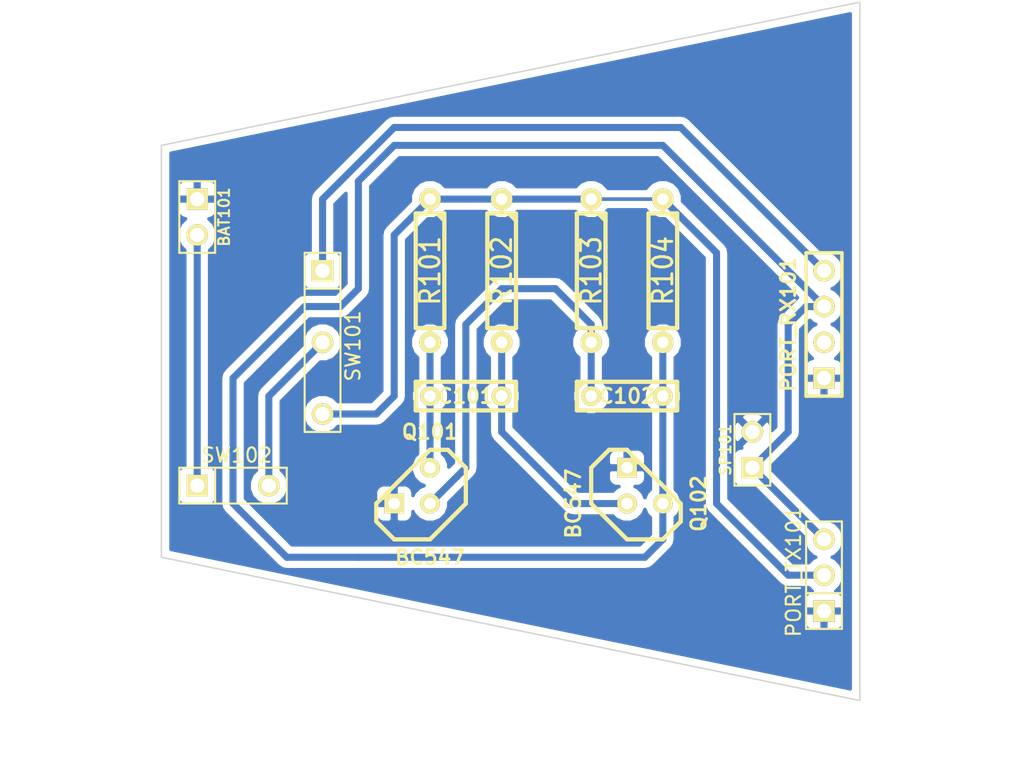
<source format=kicad_pcb>
(kicad_pcb (version 3) (host pcbnew "(2013-jul-07)-stable")

  (general
    (links 24)
    (no_connects 1)
    (area 11.050002 13.919999 88.01 71.28)
    (thickness 1.6)
    (drawings 7)
    (tracks 58)
    (zones 0)
    (modules 14)
    (nets 10)
  )

  (page A4)
  (title_block 
    (title Morseapperat)
    (rev A)
    (company OZ4ROS)
  )

  (layers
    (15 F.Cu signal)
    (0 B.Cu signal)
    (16 B.Adhes user)
    (17 F.Adhes user)
    (18 B.Paste user)
    (19 F.Paste user)
    (20 B.SilkS user)
    (21 F.SilkS user)
    (22 B.Mask user)
    (23 F.Mask user)
    (24 Dwgs.User user)
    (25 Cmts.User user)
    (26 Eco1.User user)
    (27 Eco2.User user)
    (28 Edge.Cuts user)
  )

  (setup
    (last_trace_width 0.5)
    (trace_clearance 0.254)
    (zone_clearance 0.508)
    (zone_45_only no)
    (trace_min 0.1524)
    (segment_width 0.2)
    (edge_width 0.1)
    (via_size 0.889)
    (via_drill 0.635)
    (via_min_size 0.6096)
    (via_min_drill 0.3048)
    (uvia_size 0.508)
    (uvia_drill 0.127)
    (uvias_allowed no)
    (uvia_min_size 0.508)
    (uvia_min_drill 0.127)
    (pcb_text_width 0.3)
    (pcb_text_size 1.5 1.5)
    (mod_edge_width 0.15)
    (mod_text_size 1 1)
    (mod_text_width 0.15)
    (pad_size 1.5 1.5)
    (pad_drill 0.6)
    (pad_to_mask_clearance 0)
    (aux_axis_origin 0 0)
    (visible_elements FFFFFFBF)
    (pcbplotparams
      (layerselection 274726913)
      (usegerberextensions true)
      (excludeedgelayer true)
      (linewidth 0.150000)
      (plotframeref false)
      (viasonmask false)
      (mode 1)
      (useauxorigin false)
      (hpglpennumber 1)
      (hpglpenspeed 20)
      (hpglpendiameter 15)
      (hpglpenoverlay 2)
      (psnegative false)
      (psa4output false)
      (plotreference true)
      (plotvalue false)
      (plotothertext true)
      (plotinvisibletext false)
      (padsonsilk false)
      (subtractmaskfromsilk false)
      (outputformat 1)
      (mirror false)
      (drillshape 0)
      (scaleselection 1)
      (outputdirectory Gerbfiles/))
  )

  (net 0 "")
  (net 1 +BATT)
  (net 2 GND)
  (net 3 N-000001)
  (net 4 N-0000010)
  (net 5 N-000003)
  (net 6 N-000004)
  (net 7 N-000006)
  (net 8 N-000007)
  (net 9 N-000009)

  (net_class Default "This is the default net class."
    (clearance 0.254)
    (trace_width 0.5)
    (via_dia 0.889)
    (via_drill 0.635)
    (uvia_dia 0.508)
    (uvia_drill 0.127)
    (add_net "")
    (add_net +BATT)
    (add_net GND)
    (add_net N-000001)
    (add_net N-0000010)
    (add_net N-000003)
    (add_net N-000004)
    (add_net N-000006)
    (add_net N-000007)
    (add_net N-000009)
  )

  (net_class Micro ""
    (clearance 0.1524)
    (trace_width 0.254)
    (via_dia 0.6096)
    (via_drill 0.3048)
    (uvia_dia 0.508)
    (uvia_drill 0.127)
  )

  (net_class PWR ""
    (clearance 0.508)
    (trace_width 1)
    (via_dia 1.016)
    (via_drill 0.762)
    (uvia_dia 0.508)
    (uvia_drill 0.127)
  )

  (module R4 (layer F.Cu) (tedit 200000) (tstamp 55524357)
    (at 41.91 33.02 270)
    (descr "Resitance 4 pas")
    (tags R)
    (path /5552396C)
    (autoplace_cost180 10)
    (fp_text reference R101 (at 0 0 270) (layer F.SilkS)
      (effects (font (size 1.397 1.27) (thickness 0.2032)))
    )
    (fp_text value R (at 0 0 270) (layer F.SilkS) hide
      (effects (font (size 1.397 1.27) (thickness 0.2032)))
    )
    (fp_line (start -5.08 0) (end -4.064 0) (layer F.SilkS) (width 0.3048))
    (fp_line (start -4.064 0) (end -4.064 -1.016) (layer F.SilkS) (width 0.3048))
    (fp_line (start -4.064 -1.016) (end 4.064 -1.016) (layer F.SilkS) (width 0.3048))
    (fp_line (start 4.064 -1.016) (end 4.064 1.016) (layer F.SilkS) (width 0.3048))
    (fp_line (start 4.064 1.016) (end -4.064 1.016) (layer F.SilkS) (width 0.3048))
    (fp_line (start -4.064 1.016) (end -4.064 0) (layer F.SilkS) (width 0.3048))
    (fp_line (start -4.064 -0.508) (end -3.556 -1.016) (layer F.SilkS) (width 0.3048))
    (fp_line (start 5.08 0) (end 4.064 0) (layer F.SilkS) (width 0.3048))
    (pad 1 thru_hole circle (at -5.08 0 270) (size 1.524 1.524) (drill 0.8128)
      (layers *.Cu *.Mask F.SilkS)
      (net 4 N-0000010)
    )
    (pad 2 thru_hole circle (at 5.08 0 270) (size 1.524 1.524) (drill 0.8128)
      (layers *.Cu *.Mask F.SilkS)
      (net 9 N-000009)
    )
    (model discret/resistor.wrl
      (at (xyz 0 0 0))
      (scale (xyz 0.4 0.4 0.4))
      (rotate (xyz 0 0 0))
    )
  )

  (module R4 (layer F.Cu) (tedit 200000) (tstamp 55524365)
    (at 46.99 33.02 270)
    (descr "Resitance 4 pas")
    (tags R)
    (path /5552397B)
    (autoplace_cost180 10)
    (fp_text reference R102 (at 0 0 270) (layer F.SilkS)
      (effects (font (size 1.397 1.27) (thickness 0.2032)))
    )
    (fp_text value R (at 0 0 270) (layer F.SilkS) hide
      (effects (font (size 1.397 1.27) (thickness 0.2032)))
    )
    (fp_line (start -5.08 0) (end -4.064 0) (layer F.SilkS) (width 0.3048))
    (fp_line (start -4.064 0) (end -4.064 -1.016) (layer F.SilkS) (width 0.3048))
    (fp_line (start -4.064 -1.016) (end 4.064 -1.016) (layer F.SilkS) (width 0.3048))
    (fp_line (start 4.064 -1.016) (end 4.064 1.016) (layer F.SilkS) (width 0.3048))
    (fp_line (start 4.064 1.016) (end -4.064 1.016) (layer F.SilkS) (width 0.3048))
    (fp_line (start -4.064 1.016) (end -4.064 0) (layer F.SilkS) (width 0.3048))
    (fp_line (start -4.064 -0.508) (end -3.556 -1.016) (layer F.SilkS) (width 0.3048))
    (fp_line (start 5.08 0) (end 4.064 0) (layer F.SilkS) (width 0.3048))
    (pad 1 thru_hole circle (at -5.08 0 270) (size 1.524 1.524) (drill 0.8128)
      (layers *.Cu *.Mask F.SilkS)
      (net 4 N-0000010)
    )
    (pad 2 thru_hole circle (at 5.08 0 270) (size 1.524 1.524) (drill 0.8128)
      (layers *.Cu *.Mask F.SilkS)
      (net 7 N-000006)
    )
    (model discret/resistor.wrl
      (at (xyz 0 0 0))
      (scale (xyz 0.4 0.4 0.4))
      (rotate (xyz 0 0 0))
    )
  )

  (module R4 (layer F.Cu) (tedit 200000) (tstamp 55524373)
    (at 53.34 33.02 270)
    (descr "Resitance 4 pas")
    (tags R)
    (path /5552398A)
    (autoplace_cost180 10)
    (fp_text reference R103 (at 0 0 270) (layer F.SilkS)
      (effects (font (size 1.397 1.27) (thickness 0.2032)))
    )
    (fp_text value R (at 0 0 270) (layer F.SilkS) hide
      (effects (font (size 1.397 1.27) (thickness 0.2032)))
    )
    (fp_line (start -5.08 0) (end -4.064 0) (layer F.SilkS) (width 0.3048))
    (fp_line (start -4.064 0) (end -4.064 -1.016) (layer F.SilkS) (width 0.3048))
    (fp_line (start -4.064 -1.016) (end 4.064 -1.016) (layer F.SilkS) (width 0.3048))
    (fp_line (start 4.064 -1.016) (end 4.064 1.016) (layer F.SilkS) (width 0.3048))
    (fp_line (start 4.064 1.016) (end -4.064 1.016) (layer F.SilkS) (width 0.3048))
    (fp_line (start -4.064 1.016) (end -4.064 0) (layer F.SilkS) (width 0.3048))
    (fp_line (start -4.064 -0.508) (end -3.556 -1.016) (layer F.SilkS) (width 0.3048))
    (fp_line (start 5.08 0) (end 4.064 0) (layer F.SilkS) (width 0.3048))
    (pad 1 thru_hole circle (at -5.08 0 270) (size 1.524 1.524) (drill 0.8128)
      (layers *.Cu *.Mask F.SilkS)
      (net 4 N-0000010)
    )
    (pad 2 thru_hole circle (at 5.08 0 270) (size 1.524 1.524) (drill 0.8128)
      (layers *.Cu *.Mask F.SilkS)
      (net 8 N-000007)
    )
    (model discret/resistor.wrl
      (at (xyz 0 0 0))
      (scale (xyz 0.4 0.4 0.4))
      (rotate (xyz 0 0 0))
    )
  )

  (module R4 (layer F.Cu) (tedit 200000) (tstamp 55524381)
    (at 58.42 33.02 270)
    (descr "Resitance 4 pas")
    (tags R)
    (path /55523999)
    (autoplace_cost180 10)
    (fp_text reference R104 (at 0 0 270) (layer F.SilkS)
      (effects (font (size 1.397 1.27) (thickness 0.2032)))
    )
    (fp_text value R (at 0 0 270) (layer F.SilkS) hide
      (effects (font (size 1.397 1.27) (thickness 0.2032)))
    )
    (fp_line (start -5.08 0) (end -4.064 0) (layer F.SilkS) (width 0.3048))
    (fp_line (start -4.064 0) (end -4.064 -1.016) (layer F.SilkS) (width 0.3048))
    (fp_line (start -4.064 -1.016) (end 4.064 -1.016) (layer F.SilkS) (width 0.3048))
    (fp_line (start 4.064 -1.016) (end 4.064 1.016) (layer F.SilkS) (width 0.3048))
    (fp_line (start 4.064 1.016) (end -4.064 1.016) (layer F.SilkS) (width 0.3048))
    (fp_line (start -4.064 1.016) (end -4.064 0) (layer F.SilkS) (width 0.3048))
    (fp_line (start -4.064 -0.508) (end -3.556 -1.016) (layer F.SilkS) (width 0.3048))
    (fp_line (start 5.08 0) (end 4.064 0) (layer F.SilkS) (width 0.3048))
    (pad 1 thru_hole circle (at -5.08 0 270) (size 1.524 1.524) (drill 0.8128)
      (layers *.Cu *.Mask F.SilkS)
      (net 4 N-0000010)
    )
    (pad 2 thru_hole circle (at 5.08 0 270) (size 1.524 1.524) (drill 0.8128)
      (layers *.Cu *.Mask F.SilkS)
      (net 6 N-000004)
    )
    (model discret/resistor.wrl
      (at (xyz 0 0 0))
      (scale (xyz 0.4 0.4 0.4))
      (rotate (xyz 0 0 0))
    )
  )

  (module PIN_ARRAY_4x1 (layer F.Cu) (tedit 4C10F42E) (tstamp 5552438D)
    (at 69.85 36.83 90)
    (descr "Double rangee de contacts 2 x 5 pins")
    (tags CONN)
    (path /55522360)
    (fp_text reference PORT_RX101 (at 0 -2.54 90) (layer F.SilkS)
      (effects (font (size 1.016 1.016) (thickness 0.2032)))
    )
    (fp_text value RX_CONN (at 0 2.54 90) (layer F.SilkS) hide
      (effects (font (size 1.016 1.016) (thickness 0.2032)))
    )
    (fp_line (start 5.08 1.27) (end -5.08 1.27) (layer F.SilkS) (width 0.254))
    (fp_line (start 5.08 -1.27) (end -5.08 -1.27) (layer F.SilkS) (width 0.254))
    (fp_line (start -5.08 -1.27) (end -5.08 1.27) (layer F.SilkS) (width 0.254))
    (fp_line (start 5.08 1.27) (end 5.08 -1.27) (layer F.SilkS) (width 0.254))
    (pad 1 thru_hole rect (at -3.81 0 90) (size 1.524 1.524) (drill 1.016)
      (layers *.Cu *.Mask F.SilkS)
      (net 2 GND)
    )
    (pad 2 thru_hole circle (at -1.27 0 90) (size 1.524 1.524) (drill 1.016)
      (layers *.Cu *.Mask F.SilkS)
    )
    (pad 3 thru_hole circle (at 1.27 0 90) (size 1.524 1.524) (drill 1.016)
      (layers *.Cu *.Mask F.SilkS)
      (net 6 N-000004)
    )
    (pad 4 thru_hole circle (at 3.81 0 90) (size 1.524 1.524) (drill 1.016)
      (layers *.Cu *.Mask F.SilkS)
      (net 3 N-000001)
    )
    (model pin_array\pins_array_4x1.wrl
      (at (xyz 0 0 0))
      (scale (xyz 1 1 1))
      (rotate (xyz 0 0 0))
    )
  )

  (module PIN_ARRAY_3X1 (layer F.Cu) (tedit 4C1130E0) (tstamp 55524399)
    (at 69.85 54.61 90)
    (descr "Connecteur 3 pins")
    (tags "CONN DEV")
    (path /55522390)
    (fp_text reference PORT_TX101 (at 0.254 -2.159 90) (layer F.SilkS)
      (effects (font (size 1.016 1.016) (thickness 0.1524)))
    )
    (fp_text value TX_CONN (at 0 -2.159 90) (layer F.SilkS) hide
      (effects (font (size 1.016 1.016) (thickness 0.1524)))
    )
    (fp_line (start -3.81 1.27) (end -3.81 -1.27) (layer F.SilkS) (width 0.1524))
    (fp_line (start -3.81 -1.27) (end 3.81 -1.27) (layer F.SilkS) (width 0.1524))
    (fp_line (start 3.81 -1.27) (end 3.81 1.27) (layer F.SilkS) (width 0.1524))
    (fp_line (start 3.81 1.27) (end -3.81 1.27) (layer F.SilkS) (width 0.1524))
    (fp_line (start -1.27 -1.27) (end -1.27 1.27) (layer F.SilkS) (width 0.1524))
    (pad 1 thru_hole rect (at -2.54 0 90) (size 1.524 1.524) (drill 1.016)
      (layers *.Cu *.Mask F.SilkS)
      (net 2 GND)
    )
    (pad 2 thru_hole circle (at 0 0 90) (size 1.524 1.524) (drill 1.016)
      (layers *.Cu *.Mask F.SilkS)
      (net 4 N-0000010)
    )
    (pad 3 thru_hole circle (at 2.54 0 90) (size 1.524 1.524) (drill 1.016)
      (layers *.Cu *.Mask F.SilkS)
      (net 6 N-000004)
    )
    (model pin_array/pins_array_3x1.wrl
      (at (xyz 0 0 0))
      (scale (xyz 1 1 1))
      (rotate (xyz 0 0 0))
    )
  )

  (module PIN_ARRAY_2X1 (layer F.Cu) (tedit 555B9B8B) (tstamp 555243AF)
    (at 64.77 45.72 90)
    (descr "Connecteurs 2 pins")
    (tags "CONN DEV")
    (path /555240BA)
    (fp_text reference SP101 (at 0 -1.905 90) (layer F.SilkS)
      (effects (font (size 0.762 0.762) (thickness 0.1524)))
    )
    (fp_text value SPEAKER (at 0 -1.905 90) (layer F.SilkS) hide
      (effects (font (size 0.762 0.762) (thickness 0.1524)))
    )
    (fp_line (start -2.54 1.27) (end -2.54 -1.27) (layer F.SilkS) (width 0.1524))
    (fp_line (start -2.54 -1.27) (end 2.54 -1.27) (layer F.SilkS) (width 0.1524))
    (fp_line (start 2.54 -1.27) (end 2.54 1.27) (layer F.SilkS) (width 0.1524))
    (fp_line (start 2.54 1.27) (end -2.54 1.27) (layer F.SilkS) (width 0.1524))
    (pad 1 thru_hole rect (at -1.27 0 90) (size 1.524 1.524) (drill 1.016)
      (layers *.Cu *.Mask F.SilkS)
      (net 6 N-000004)
    )
    (pad 2 thru_hole circle (at 1.27 0 90) (size 1.524 1.524) (drill 1.016)
      (layers *.Cu *.Mask F.SilkS)
      (net 2 GND)
    )
    (model pin_array/pins_array_2x1.wrl
      (at (xyz 0 0 0))
      (scale (xyz 1 1 1))
      (rotate (xyz 0 0 0))
    )
  )

  (module C2 (layer F.Cu) (tedit 55525856) (tstamp 555243BA)
    (at 44.45 41.91)
    (descr "Condensateur = 2 pas")
    (tags C)
    (path /555239A8)
    (fp_text reference C101 (at 0 0) (layer F.SilkS)
      (effects (font (size 1.016 1.016) (thickness 0.2032)))
    )
    (fp_text value C (at 0 0) (layer F.SilkS) hide
      (effects (font (size 1.016 1.016) (thickness 0.2032)))
    )
    (fp_line (start -3.556 -1.016) (end 3.556 -1.016) (layer F.SilkS) (width 0.3048))
    (fp_line (start 3.556 -1.016) (end 3.556 1.016) (layer F.SilkS) (width 0.3048))
    (fp_line (start 3.556 1.016) (end -3.556 1.016) (layer F.SilkS) (width 0.3048))
    (fp_line (start -3.556 1.016) (end -3.556 -1.016) (layer F.SilkS) (width 0.3048))
    (fp_line (start -3.556 -0.508) (end -3.048 -1.016) (layer F.SilkS) (width 0.3048))
    (pad 1 thru_hole circle (at -2.54 0) (size 1.397 1.397) (drill 0.8128)
      (layers *.Cu *.Mask F.SilkS)
      (net 9 N-000009)
    )
    (pad 2 thru_hole circle (at 2.54 0) (size 1.397 1.397) (drill 0.8128)
      (layers *.Cu *.Mask F.SilkS)
      (net 7 N-000006)
    )
    (model discret/capa_2pas_5x5mm.wrl
      (at (xyz 0 0 0))
      (scale (xyz 1 1 1))
      (rotate (xyz 0 0 0))
    )
  )

  (module C2 (layer F.Cu) (tedit 200000) (tstamp 555243C5)
    (at 55.88 41.91)
    (descr "Condensateur = 2 pas")
    (tags C)
    (path /555239B7)
    (fp_text reference C102 (at 0 0) (layer F.SilkS)
      (effects (font (size 1.016 1.016) (thickness 0.2032)))
    )
    (fp_text value C (at 0 0) (layer F.SilkS) hide
      (effects (font (size 1.016 1.016) (thickness 0.2032)))
    )
    (fp_line (start -3.556 -1.016) (end 3.556 -1.016) (layer F.SilkS) (width 0.3048))
    (fp_line (start 3.556 -1.016) (end 3.556 1.016) (layer F.SilkS) (width 0.3048))
    (fp_line (start 3.556 1.016) (end -3.556 1.016) (layer F.SilkS) (width 0.3048))
    (fp_line (start -3.556 1.016) (end -3.556 -1.016) (layer F.SilkS) (width 0.3048))
    (fp_line (start -3.556 -0.508) (end -3.048 -1.016) (layer F.SilkS) (width 0.3048))
    (pad 1 thru_hole circle (at -2.54 0) (size 1.397 1.397) (drill 0.8128)
      (layers *.Cu *.Mask F.SilkS)
      (net 8 N-000007)
    )
    (pad 2 thru_hole circle (at 2.54 0) (size 1.397 1.397) (drill 0.8128)
      (layers *.Cu *.Mask F.SilkS)
      (net 6 N-000004)
    )
    (model discret/capa_2pas_5x5mm.wrl
      (at (xyz 0 0 0))
      (scale (xyz 1 1 1))
      (rotate (xyz 0 0 0))
    )
  )

  (module PIN_ARRAY_2X1 (layer F.Cu) (tedit 4565C520) (tstamp 555253B8)
    (at 25.4 29.21 270)
    (descr "Connecteurs 2 pins")
    (tags "CONN DEV")
    (path /55525311)
    (fp_text reference BAT101 (at 0 -1.905 270) (layer F.SilkS)
      (effects (font (size 0.762 0.762) (thickness 0.1524)))
    )
    (fp_text value CONN_2 (at 0 -1.905 270) (layer F.SilkS) hide
      (effects (font (size 0.762 0.762) (thickness 0.1524)))
    )
    (fp_line (start -2.54 1.27) (end -2.54 -1.27) (layer F.SilkS) (width 0.1524))
    (fp_line (start -2.54 -1.27) (end 2.54 -1.27) (layer F.SilkS) (width 0.1524))
    (fp_line (start 2.54 -1.27) (end 2.54 1.27) (layer F.SilkS) (width 0.1524))
    (fp_line (start 2.54 1.27) (end -2.54 1.27) (layer F.SilkS) (width 0.1524))
    (pad 1 thru_hole rect (at -1.27 0 270) (size 1.524 1.524) (drill 1.016)
      (layers *.Cu *.Mask F.SilkS)
      (net 2 GND)
    )
    (pad 2 thru_hole circle (at 1.27 0 270) (size 1.524 1.524) (drill 1.016)
      (layers *.Cu *.Mask F.SilkS)
      (net 5 N-000003)
    )
    (model pin_array/pins_array_2x1.wrl
      (at (xyz 0 0 0))
      (scale (xyz 1 1 1))
      (rotate (xyz 0 0 0))
    )
  )

  (module PIN_ARRAY_3X1_WIDE (layer F.Cu) (tedit 555B6855) (tstamp 555243A5)
    (at 34.29 38.1 270)
    (descr "Connecteur 3 pins")
    (tags "CONN DEV")
    (path /55523DA8)
    (fp_text reference SW101 (at 0.254 -2.159 270) (layer F.SilkS)
      (effects (font (size 1.016 1.016) (thickness 0.1524)))
    )
    (fp_text value DUAL_SWITCH_INV (at 0 -2.159 270) (layer F.SilkS) hide
      (effects (font (size 1.016 1.016) (thickness 0.1524)))
    )
    (fp_line (start -6.35 -1.27) (end 6.35 -1.27) (layer F.SilkS) (width 0.15))
    (fp_line (start -6.35 1.27) (end 6.35 1.27) (layer F.SilkS) (width 0.15))
    (fp_line (start -6.35 1.27) (end -6.35 -1.27) (layer F.SilkS) (width 0.1524))
    (fp_line (start 6.35 -1.27) (end 6.35 1.27) (layer F.SilkS) (width 0.1524))
    (fp_line (start -3.81 -1.27) (end -3.81 1.27) (layer F.SilkS) (width 0.1524))
    (pad 1 thru_hole rect (at -5.08 0 270) (size 1.524 1.524) (drill 1.016)
      (layers *.Cu *.Mask F.SilkS)
      (net 3 N-000001)
    )
    (pad 2 thru_hole circle (at 0 0 270) (size 1.524 1.524) (drill 1.016)
      (layers *.Cu *.Mask F.SilkS)
      (net 1 +BATT)
    )
    (pad 3 thru_hole circle (at 5.08 0 270) (size 1.524 1.524) (drill 1.016)
      (layers *.Cu *.Mask F.SilkS)
      (net 4 N-0000010)
    )
    (model pin_array/pins_array_3x1.wrl
      (at (xyz 0 0 0))
      (scale (xyz 1 1 1))
      (rotate (xyz 0 0 0))
    )
  )

  (module TO92-123 (layer F.Cu) (tedit 4C5F51CE) (tstamp 5552433A)
    (at 57.15 48.26 90)
    (descr "Transistor TO92 brochage type BC237")
    (tags "TR TO92")
    (path /55523930)
    (fp_text reference Q102 (at -1.27 3.81 90) (layer F.SilkS)
      (effects (font (size 1.016 1.016) (thickness 0.2032)))
    )
    (fp_text value BC547 (at -1.27 -5.08 90) (layer F.SilkS)
      (effects (font (size 1.016 1.016) (thickness 0.2032)))
    )
    (fp_line (start -1.27 2.54) (end 2.54 -1.27) (layer F.SilkS) (width 0.3048))
    (fp_line (start 2.54 -1.27) (end 2.54 -2.54) (layer F.SilkS) (width 0.3048))
    (fp_line (start 2.54 -2.54) (end 1.27 -3.81) (layer F.SilkS) (width 0.3048))
    (fp_line (start 1.27 -3.81) (end -1.27 -3.81) (layer F.SilkS) (width 0.3048))
    (fp_line (start -1.27 -3.81) (end -3.81 -1.27) (layer F.SilkS) (width 0.3048))
    (fp_line (start -3.81 -1.27) (end -3.81 1.27) (layer F.SilkS) (width 0.3048))
    (fp_line (start -3.81 1.27) (end -2.54 2.54) (layer F.SilkS) (width 0.3048))
    (fp_line (start -2.54 2.54) (end -1.27 2.54) (layer F.SilkS) (width 0.3048))
    (pad 3 thru_hole rect (at 1.27 -1.27 90) (size 1.397 1.397) (drill 0.8128)
      (layers *.Cu *.Mask F.SilkS)
      (net 2 GND)
    )
    (pad 2 thru_hole circle (at -1.27 -1.27 90) (size 1.397 1.397) (drill 0.8128)
      (layers *.Cu *.Mask F.SilkS)
      (net 7 N-000006)
    )
    (pad 1 thru_hole circle (at -1.27 1.27 90) (size 1.397 1.397) (drill 0.8128)
      (layers *.Cu *.Mask F.SilkS)
      (net 6 N-000004)
    )
    (model discret/to98.wrl
      (at (xyz 0 0 0))
      (scale (xyz 1 1 1))
      (rotate (xyz 0 0 0))
    )
  )

  (module TO92-123 (layer F.Cu) (tedit 4C5F51CE) (tstamp 55524349)
    (at 40.64 48.26 180)
    (descr "Transistor TO92 brochage type BC237")
    (tags "TR TO92")
    (path /55523943)
    (fp_text reference Q101 (at -1.27 3.81 180) (layer F.SilkS)
      (effects (font (size 1.016 1.016) (thickness 0.2032)))
    )
    (fp_text value BC547 (at -1.27 -5.08 180) (layer F.SilkS)
      (effects (font (size 1.016 1.016) (thickness 0.2032)))
    )
    (fp_line (start -1.27 2.54) (end 2.54 -1.27) (layer F.SilkS) (width 0.3048))
    (fp_line (start 2.54 -1.27) (end 2.54 -2.54) (layer F.SilkS) (width 0.3048))
    (fp_line (start 2.54 -2.54) (end 1.27 -3.81) (layer F.SilkS) (width 0.3048))
    (fp_line (start 1.27 -3.81) (end -1.27 -3.81) (layer F.SilkS) (width 0.3048))
    (fp_line (start -1.27 -3.81) (end -3.81 -1.27) (layer F.SilkS) (width 0.3048))
    (fp_line (start -3.81 -1.27) (end -3.81 1.27) (layer F.SilkS) (width 0.3048))
    (fp_line (start -3.81 1.27) (end -2.54 2.54) (layer F.SilkS) (width 0.3048))
    (fp_line (start -2.54 2.54) (end -1.27 2.54) (layer F.SilkS) (width 0.3048))
    (pad 3 thru_hole rect (at 1.27 -1.27 180) (size 1.397 1.397) (drill 0.8128)
      (layers *.Cu *.Mask F.SilkS)
      (net 2 GND)
    )
    (pad 2 thru_hole circle (at -1.27 -1.27 180) (size 1.397 1.397) (drill 0.8128)
      (layers *.Cu *.Mask F.SilkS)
      (net 8 N-000007)
    )
    (pad 1 thru_hole circle (at -1.27 1.27 180) (size 1.397 1.397) (drill 0.8128)
      (layers *.Cu *.Mask F.SilkS)
      (net 9 N-000009)
    )
    (model discret/to98.wrl
      (at (xyz 0 0 0))
      (scale (xyz 1 1 1))
      (rotate (xyz 0 0 0))
    )
  )

  (module PIN_ARRAY_2X1_WIDE (layer F.Cu) (tedit 5564D0E3) (tstamp 5564D1C0)
    (at 27.94 48.26)
    (descr "Connecteur 2 pins")
    (tags "CONN DEV")
    (path /5564A9AB)
    (fp_text reference SW102 (at 0.254 -2.159) (layer F.SilkS)
      (effects (font (size 1.016 1.016) (thickness 0.1524)))
    )
    (fp_text value SPST (at 0 -2.159) (layer F.SilkS) hide
      (effects (font (size 1.016 1.016) (thickness 0.1524)))
    )
    (fp_line (start -3.81 1.27) (end 3.81 1.27) (layer F.SilkS) (width 0.15))
    (fp_line (start -3.81 -1.27) (end 3.81 -1.27) (layer F.SilkS) (width 0.15))
    (fp_line (start -3.81 1.27) (end -3.81 -1.27) (layer F.SilkS) (width 0.1524))
    (fp_line (start 3.81 -1.27) (end 3.81 1.27) (layer F.SilkS) (width 0.1524))
    (fp_line (start -1.27 -1.27) (end -1.27 1.27) (layer F.SilkS) (width 0.1524))
    (pad 1 thru_hole rect (at -2.54 0) (size 1.524 1.524) (drill 1.016)
      (layers *.Cu *.Mask F.SilkS)
      (net 5 N-000003)
    )
    (pad 2 thru_hole circle (at 2.54 0) (size 1.524 1.524) (drill 1.016)
      (layers *.Cu *.Mask F.SilkS)
      (net 1 +BATT)
    )
    (model pin_array/pins_array_3x1.wrl
      (at (xyz 0 0 0))
      (scale (xyz 1 1 1))
      (rotate (xyz 0 0 0))
    )
  )

  (gr_line (start 72.39 63.5) (end 72.39 13.97) (angle 90) (layer Edge.Cuts) (width 0.1))
  (gr_line (start 22.86 53.34) (end 72.39 63.5) (angle 90) (layer Edge.Cuts) (width 0.1))
  (gr_line (start 22.86 24.13) (end 22.86 53.34) (angle 90) (layer Edge.Cuts) (width 0.1))
  (gr_line (start 72.39 13.97) (end 22.86 24.13) (angle 90) (layer Edge.Cuts) (width 0.1))
  (dimension 29.21 (width 0.3) (layer Dwgs.User)
    (gr_text "29.210 mm" (at 17.700001 38.735 270) (layer Dwgs.User)
      (effects (font (size 1.5 1.5) (thickness 0.3)))
    )
    (feature1 (pts (xy 21.59 53.34) (xy 16.350001 53.34)))
    (feature2 (pts (xy 21.59 24.13) (xy 16.350001 24.13)))
    (crossbar (pts (xy 19.050001 24.13) (xy 19.050001 53.34)))
    (arrow1a (pts (xy 19.050001 53.34) (xy 18.463581 52.213497)))
    (arrow1b (pts (xy 19.050001 53.34) (xy 19.636421 52.213497)))
    (arrow2a (pts (xy 19.050001 24.13) (xy 18.463581 25.256503)))
    (arrow2b (pts (xy 19.050001 24.13) (xy 19.636421 25.256503)))
  )
  (dimension 49.53 (width 0.3) (layer Dwgs.User)
    (gr_text "49.530 mm" (at 47.625 69.929999) (layer Dwgs.User)
      (effects (font (size 1.5 1.5) (thickness 0.3)))
    )
    (feature1 (pts (xy 22.86 66.04) (xy 22.86 71.279999)))
    (feature2 (pts (xy 72.39 66.04) (xy 72.39 71.279999)))
    (crossbar (pts (xy 72.39 68.579999) (xy 22.86 68.579999)))
    (arrow1a (pts (xy 22.86 68.579999) (xy 23.986503 67.993579)))
    (arrow1b (pts (xy 22.86 68.579999) (xy 23.986503 69.166419)))
    (arrow2a (pts (xy 72.39 68.579999) (xy 71.263497 67.993579)))
    (arrow2b (pts (xy 72.39 68.579999) (xy 71.263497 69.166419)))
  )
  (dimension 49.53 (width 0.3) (layer Dwgs.User)
    (gr_text "49.530 mm" (at 81.36 38.735 90) (layer Dwgs.User)
      (effects (font (size 1.5 1.5) (thickness 0.3)))
    )
    (feature1 (pts (xy 74.93 13.97) (xy 82.71 13.97)))
    (feature2 (pts (xy 74.93 63.5) (xy 82.71 63.5)))
    (crossbar (pts (xy 80.01 63.5) (xy 80.01 13.97)))
    (arrow1a (pts (xy 80.01 13.97) (xy 80.59642 15.096503)))
    (arrow1b (pts (xy 80.01 13.97) (xy 79.42358 15.096503)))
    (arrow2a (pts (xy 80.01 63.5) (xy 80.59642 62.373497)))
    (arrow2b (pts (xy 80.01 63.5) (xy 79.42358 62.373497)))
  )

  (segment (start 30.48 48.26) (end 30.48 41.91) (width 0.5) (layer B.Cu) (net 1))
  (segment (start 30.48 41.91) (end 34.29 38.1) (width 0.5) (layer B.Cu) (net 1) (tstamp 5564D3A7))
  (segment (start 39.37 22.86) (end 35.56 26.67) (width 0.5) (layer B.Cu) (net 3))
  (segment (start 39.37 22.86) (end 59.69 22.86) (width 0.5) (layer B.Cu) (net 3) (tstamp 555B6C8F))
  (segment (start 69.85 33.02) (end 59.69 22.86) (width 0.5) (layer B.Cu) (net 3) (tstamp 555B6C91))
  (segment (start 34.29 27.94) (end 34.29 33.02) (width 0.5) (layer B.Cu) (net 3) (tstamp 5564D37D))
  (segment (start 35.56 26.67) (end 34.29 27.94) (width 0.5) (layer B.Cu) (net 3) (tstamp 5564D37A))
  (segment (start 34.29 43.18) (end 38.1 43.18) (width 0.5) (layer B.Cu) (net 4))
  (segment (start 39.37 30.48) (end 41.91 27.94) (width 0.5) (layer B.Cu) (net 4) (tstamp 555B6CA3))
  (segment (start 39.37 41.91) (end 39.37 30.48) (width 0.5) (layer B.Cu) (net 4) (tstamp 555B6CA1))
  (segment (start 38.1 43.18) (end 39.37 41.91) (width 0.5) (layer B.Cu) (net 4) (tstamp 555B6C9E))
  (segment (start 69.85 54.61) (end 67.31 54.61) (width 0.5) (layer B.Cu) (net 4))
  (segment (start 62.23 31.75) (end 58.42 27.94) (width 0.5) (layer B.Cu) (net 4) (tstamp 555B9BC4))
  (segment (start 62.23 49.53) (end 62.23 31.75) (width 0.5) (layer B.Cu) (net 4) (tstamp 555B9BBF))
  (segment (start 67.31 54.61) (end 62.23 49.53) (width 0.5) (layer B.Cu) (net 4) (tstamp 555B9BB9))
  (segment (start 44.45 27.94) (end 53.34 27.94) (width 0.5) (layer B.Cu) (net 4) (tstamp 555259A5))
  (segment (start 41.91 27.94) (end 44.45 27.94) (width 0.5) (layer B.Cu) (net 4) (tstamp 555259A4))
  (segment (start 53.34 27.94) (end 58.42 27.94) (width 0.254) (layer B.Cu) (net 4) (tstamp 555259A6))
  (segment (start 25.4 30.48) (end 25.4 31.75) (width 0.5) (layer B.Cu) (net 5))
  (segment (start 25.4 48.26) (end 25.4 48.26) (width 0.5) (layer B.Cu) (net 5) (tstamp 5564D306))
  (segment (start 25.4 31.75) (end 25.4 48.26) (width 0.5) (layer B.Cu) (net 5) (tstamp 5564D303))
  (segment (start 25.4 31.75) (end 25.4 31.75) (width 0.5) (layer B.Cu) (net 5) (tstamp 5564D301))
  (segment (start 27.94 46.99) (end 27.94 40.64) (width 0.5) (layer B.Cu) (net 6))
  (segment (start 27.94 46.99) (end 27.94 46.99) (width 0.5) (layer B.Cu) (net 6) (tstamp 5564D335))
  (segment (start 27.94 46.99) (end 27.94 49.53) (width 0.5) (layer B.Cu) (net 6) (tstamp 5564D338))
  (segment (start 27.94 49.53) (end 31.75 53.34) (width 0.5) (layer B.Cu) (net 6) (tstamp 5564D33B))
  (segment (start 31.75 53.34) (end 36.83 53.34) (width 0.5) (layer B.Cu) (net 6) (tstamp 5564D33F))
  (segment (start 69.85 35.56) (end 58.42 24.13) (width 0.5) (layer B.Cu) (net 6))
  (segment (start 58.42 52.07) (end 57.15 53.34) (width 0.5) (layer B.Cu) (net 6) (tstamp 556492F5))
  (segment (start 57.15 53.34) (end 36.83 53.34) (width 0.5) (layer B.Cu) (net 6) (tstamp 556492FC))
  (segment (start 33.02 35.56) (end 27.94 40.64) (width 0.5) (layer B.Cu) (net 6) (tstamp 556492E9))
  (segment (start 35.56 35.56) (end 33.02 35.56) (width 0.5) (layer B.Cu) (net 6) (tstamp 556492E6))
  (segment (start 36.83 34.29) (end 35.56 35.56) (width 0.5) (layer B.Cu) (net 6) (tstamp 556492E5))
  (segment (start 36.83 26.67) (end 36.83 34.29) (width 0.5) (layer B.Cu) (net 6) (tstamp 556492E3))
  (segment (start 39.37 24.13) (end 36.83 26.67) (width 0.5) (layer B.Cu) (net 6) (tstamp 556492DC))
  (segment (start 58.42 24.13) (end 39.37 24.13) (width 0.5) (layer B.Cu) (net 6) (tstamp 556492CB))
  (segment (start 58.42 52.07) (end 58.42 49.53) (width 0.5) (layer B.Cu) (net 6))
  (segment (start 69.85 35.56) (end 68.58 35.56) (width 0.5) (layer B.Cu) (net 6))
  (segment (start 58.42 49.53) (end 58.42 41.91) (width 0.5) (layer B.Cu) (net 6))
  (segment (start 64.77 46.99) (end 67.31 44.45) (width 0.5) (layer B.Cu) (net 6))
  (segment (start 67.31 44.45) (end 67.31 36.83) (width 0.5) (layer B.Cu) (net 6) (tstamp 555B9C62))
  (segment (start 67.31 36.83) (end 68.58 35.56) (width 0.5) (layer B.Cu) (net 6) (tstamp 555B9C65))
  (segment (start 69.85 35.56) (end 68.58 35.56) (width 0.5) (layer B.Cu) (net 6))
  (segment (start 69.85 52.07) (end 64.77 46.99) (width 0.5) (layer B.Cu) (net 6))
  (segment (start 58.42 41.91) (end 58.42 38.1) (width 0.5) (layer B.Cu) (net 6) (tstamp 55525A03))
  (segment (start 46.99 41.91) (end 46.99 44.45) (width 0.5) (layer B.Cu) (net 7))
  (segment (start 52.07 49.53) (end 55.88 49.53) (width 0.5) (layer B.Cu) (net 7) (tstamp 55649204))
  (segment (start 46.99 44.45) (end 52.07 49.53) (width 0.5) (layer B.Cu) (net 7) (tstamp 556491FD))
  (segment (start 46.99 41.91) (end 46.99 38.1) (width 0.5) (layer B.Cu) (net 7))
  (segment (start 53.34 38.1) (end 53.34 41.91) (width 0.5) (layer B.Cu) (net 8))
  (segment (start 41.91 49.53) (end 44.45 46.99) (width 0.5) (layer B.Cu) (net 8))
  (segment (start 53.34 36.83) (end 53.34 38.1) (width 0.5) (layer B.Cu) (net 8) (tstamp 55649213))
  (segment (start 50.8 34.29) (end 53.34 36.83) (width 0.5) (layer B.Cu) (net 8) (tstamp 55649212))
  (segment (start 46.99 34.29) (end 50.8 34.29) (width 0.5) (layer B.Cu) (net 8) (tstamp 55649210))
  (segment (start 44.45 36.83) (end 46.99 34.29) (width 0.5) (layer B.Cu) (net 8) (tstamp 5564920D))
  (segment (start 44.45 46.99) (end 44.45 36.83) (width 0.5) (layer B.Cu) (net 8) (tstamp 5564920B))
  (segment (start 41.91 46.99) (end 41.91 41.91) (width 0.5) (layer B.Cu) (net 9))
  (segment (start 41.91 41.91) (end 41.91 38.1) (width 0.5) (layer B.Cu) (net 9) (tstamp 555B6D07))

  (zone (net 2) (net_name GND) (layer B.Cu) (tstamp 55649317) (hatch edge 0.508)
    (connect_pads (clearance 0.508))
    (min_thickness 0.254)
    (fill (arc_segments 16) (thermal_gap 0.508) (thermal_bridge_width 0.508))
    (polygon
      (pts
        (xy 72.39 13.97) (xy 22.86 24.13) (xy 22.86 53.34) (xy 72.39 63.5)
      )
    )
    (filled_polygon
      (pts
        (xy 71.705 62.667156) (xy 71.247241 62.573191) (xy 71.247241 54.333339) (xy 71.035009 53.819697) (xy 70.64237 53.426372)
        (xy 70.434485 53.34005) (xy 70.640303 53.255009) (xy 71.033628 52.86237) (xy 71.246756 52.349099) (xy 71.247241 51.793339)
        (xy 71.24711 51.793021) (xy 71.24711 41.527755) (xy 71.247 40.92575) (xy 71.08825 40.767) (xy 69.977 40.767)
        (xy 69.977 41.87825) (xy 70.13575 42.037) (xy 70.486245 42.03711) (xy 70.738864 42.036889) (xy 70.972168 41.940013)
        (xy 71.150641 41.761229) (xy 71.24711 41.527755) (xy 71.24711 51.793021) (xy 71.035009 51.279697) (xy 70.64237 50.886372)
        (xy 70.129099 50.673244) (xy 69.723 50.672889) (xy 69.723 41.87825) (xy 69.723 40.767) (xy 68.61175 40.767)
        (xy 68.453 40.92575) (xy 68.45289 41.527755) (xy 68.549359 41.761229) (xy 68.727832 41.940013) (xy 68.961136 42.036889)
        (xy 69.213755 42.03711) (xy 69.56425 42.037) (xy 69.723 41.87825) (xy 69.723 50.672889) (xy 69.704452 50.672873)
        (xy 66.16711 47.13553) (xy 66.16711 46.844469) (xy 67.935786 45.075792) (xy 67.935789 45.07579) (xy 67.93579 45.07579)
        (xy 68.127633 44.788675) (xy 68.195 44.45) (xy 68.195 37.196579) (xy 68.852969 36.538609) (xy 69.05763 36.743628)
        (xy 69.265514 36.829949) (xy 69.059697 36.914991) (xy 68.666372 37.30763) (xy 68.453244 37.820901) (xy 68.452759 38.376661)
        (xy 68.664991 38.890303) (xy 69.017134 39.243062) (xy 68.961136 39.243111) (xy 68.727832 39.339987) (xy 68.549359 39.518771)
        (xy 68.45289 39.752245) (xy 68.453 40.35425) (xy 68.61175 40.513) (xy 69.723 40.513) (xy 69.723 40.493)
        (xy 69.977 40.493) (xy 69.977 40.513) (xy 71.08825 40.513) (xy 71.247 40.35425) (xy 71.24711 39.752245)
        (xy 71.150641 39.518771) (xy 70.972168 39.339987) (xy 70.738864 39.243111) (xy 70.682323 39.243061) (xy 71.033628 38.89237)
        (xy 71.246756 38.379099) (xy 71.247241 37.823339) (xy 71.035009 37.309697) (xy 70.64237 36.916372) (xy 70.434485 36.83005)
        (xy 70.640303 36.745009) (xy 71.033628 36.35237) (xy 71.246756 35.839099) (xy 71.247241 35.283339) (xy 71.035009 34.769697)
        (xy 70.64237 34.376372) (xy 70.434485 34.29005) (xy 70.640303 34.205009) (xy 71.033628 33.81237) (xy 71.246756 33.299099)
        (xy 71.247241 32.743339) (xy 71.035009 32.229697) (xy 70.64237 31.836372) (xy 70.129099 31.623244) (xy 69.704452 31.622873)
        (xy 60.31579 22.23421) (xy 60.028675 22.042367) (xy 59.972484 22.031189) (xy 59.69 21.974999) (xy 59.689994 21.975)
        (xy 39.37 21.975) (xy 39.031325 22.042367) (xy 38.74421 22.23421) (xy 38.744207 22.234213) (xy 34.93421 26.04421)
        (xy 34.934207 26.044213) (xy 33.66421 27.31421) (xy 33.472367 27.601325) (xy 33.461189 27.657515) (xy 33.404999 27.94)
        (xy 33.405 27.940005) (xy 33.405 31.62289) (xy 33.402245 31.62289) (xy 33.168771 31.719359) (xy 32.989987 31.897832)
        (xy 32.893111 32.131136) (xy 32.89289 32.383755) (xy 32.89289 33.907755) (xy 32.989359 34.141229) (xy 33.167832 34.320013)
        (xy 33.401136 34.416889) (xy 33.653755 34.41711) (xy 35.177755 34.41711) (xy 35.411229 34.320641) (xy 35.590013 34.142168)
        (xy 35.686889 33.908864) (xy 35.68711 33.656245) (xy 35.68711 32.132245) (xy 35.590641 31.898771) (xy 35.412168 31.719987)
        (xy 35.178864 31.623111) (xy 35.175 31.623107) (xy 35.175 28.306579) (xy 35.945 27.536579) (xy 35.945 33.92342)
        (xy 35.19342 34.675) (xy 33.02 34.675) (xy 33.019999 34.675) (xy 32.681325 34.742367) (xy 32.39421 34.93421)
        (xy 32.394207 34.934213) (xy 27.31421 40.01421) (xy 27.122367 40.301325) (xy 27.111189 40.357515) (xy 27.054999 40.64)
        (xy 27.055 40.640005) (xy 27.055 46.99) (xy 27.055 49.529994) (xy 27.054999 49.53) (xy 27.111189 49.812484)
        (xy 27.122367 49.868675) (xy 27.31421 50.15579) (xy 31.124207 53.965786) (xy 31.12421 53.96579) (xy 31.411325 54.157633)
        (xy 31.75 54.225) (xy 36.83 54.225) (xy 57.149994 54.225) (xy 57.15 54.225001) (xy 57.15 54.225)
        (xy 57.432484 54.16881) (xy 57.488674 54.157633) (xy 57.488675 54.157633) (xy 57.77579 53.96579) (xy 59.045786 52.695792)
        (xy 59.045789 52.69579) (xy 59.04579 52.69579) (xy 59.237633 52.408675) (xy 59.305 52.07) (xy 59.305001 52.07)
        (xy 59.305 52.069994) (xy 59.305 50.530752) (xy 59.549826 50.286353) (xy 59.753267 49.796413) (xy 59.75373 49.265914)
        (xy 59.551145 48.77562) (xy 59.305 48.529045) (xy 59.305 42.910752) (xy 59.549826 42.666353) (xy 59.753267 42.176413)
        (xy 59.75373 41.645914) (xy 59.551145 41.15562) (xy 59.305 40.909045) (xy 59.305 39.190477) (xy 59.603628 38.89237)
        (xy 59.816756 38.379099) (xy 59.817241 37.823339) (xy 59.605009 37.309697) (xy 59.21237 36.916372) (xy 58.699099 36.703244)
        (xy 58.143339 36.702759) (xy 57.629697 36.914991) (xy 57.236372 37.30763) (xy 57.023244 37.820901) (xy 57.022759 38.376661)
        (xy 57.234991 38.890303) (xy 57.535 39.190836) (xy 57.535 40.909247) (xy 57.290174 41.153647) (xy 57.086733 41.643587)
        (xy 57.08627 42.174086) (xy 57.288855 42.66438) (xy 57.535 42.910954) (xy 57.535 48.529247) (xy 57.290174 48.773647)
        (xy 57.149906 49.111448) (xy 57.011145 48.77562) (xy 56.636353 48.400174) (xy 56.451965 48.323609) (xy 56.452745 48.32361)
        (xy 56.705364 48.323389) (xy 56.938668 48.226513) (xy 57.117141 48.047729) (xy 57.21361 47.814255) (xy 57.21361 46.165745)
        (xy 57.117141 45.932271) (xy 56.938668 45.753487) (xy 56.705364 45.656611) (xy 56.452745 45.65639) (xy 56.16575 45.6565)
        (xy 56.007 45.81525) (xy 56.007 46.863) (xy 57.05475 46.863) (xy 57.2135 46.70425) (xy 57.21361 46.165745)
        (xy 57.21361 47.814255) (xy 57.2135 47.27575) (xy 57.05475 47.117) (xy 56.007 47.117) (xy 56.007 47.137)
        (xy 55.753 47.137) (xy 55.753 47.117) (xy 55.753 46.863) (xy 55.753 45.81525) (xy 55.59425 45.6565)
        (xy 55.307255 45.65639) (xy 55.054636 45.656611) (xy 54.821332 45.753487) (xy 54.737241 45.837724) (xy 54.737241 37.823339)
        (xy 54.525009 37.309697) (xy 54.225 37.009163) (xy 54.225 36.83) (xy 54.157633 36.491325) (xy 53.96579 36.20421)
        (xy 53.965786 36.204207) (xy 51.42579 33.66421) (xy 51.138675 33.472367) (xy 51.082484 33.461189) (xy 50.8 33.404999)
        (xy 50.799994 33.405) (xy 46.99 33.405) (xy 46.651325 33.472367) (xy 46.36421 33.66421) (xy 46.364207 33.664213)
        (xy 43.82421 36.20421) (xy 43.632367 36.491325) (xy 43.621189 36.547515) (xy 43.564999 36.83) (xy 43.565 36.830005)
        (xy 43.565 46.62342) (xy 43.243538 46.944881) (xy 43.24373 46.725914) (xy 43.041145 46.23562) (xy 42.795 45.989045)
        (xy 42.795 42.910752) (xy 43.039826 42.666353) (xy 43.243267 42.176413) (xy 43.24373 41.645914) (xy 43.041145 41.15562)
        (xy 42.795 40.909045) (xy 42.795 39.190477) (xy 43.093628 38.89237) (xy 43.306756 38.379099) (xy 43.307241 37.823339)
        (xy 43.095009 37.309697) (xy 42.70237 36.916372) (xy 42.189099 36.703244) (xy 41.633339 36.702759) (xy 41.119697 36.914991)
        (xy 40.726372 37.30763) (xy 40.513244 37.820901) (xy 40.512759 38.376661) (xy 40.724991 38.890303) (xy 41.025 39.190836)
        (xy 41.025 40.909247) (xy 40.780174 41.153647) (xy 40.576733 41.643587) (xy 40.57627 42.174086) (xy 40.778855 42.66438)
        (xy 41.025 42.910954) (xy 41.025 45.989247) (xy 40.780174 46.233647) (xy 40.576733 46.723587) (xy 40.57627 47.254086)
        (xy 40.778855 47.74438) (xy 41.153647 48.119826) (xy 41.491448 48.260093) (xy 41.15562 48.398855) (xy 40.780174 48.773647)
        (xy 40.703609 48.958034) (xy 40.70361 48.957255) (xy 40.703389 48.704636) (xy 40.606513 48.471332) (xy 40.427729 48.292859)
        (xy 40.194255 48.19639) (xy 39.65575 48.1965) (xy 39.497 48.35525) (xy 39.497 49.403) (xy 39.517 49.403)
        (xy 39.517 49.657) (xy 39.497 49.657) (xy 39.497 50.70475) (xy 39.65575 50.8635) (xy 40.194255 50.86361)
        (xy 40.427729 50.767141) (xy 40.606513 50.588668) (xy 40.703389 50.355364) (xy 40.70361 50.102745) (xy 40.703609 50.102272)
        (xy 40.778855 50.28438) (xy 41.153647 50.659826) (xy 41.643587 50.863267) (xy 42.174086 50.86373) (xy 42.66438 50.661145)
        (xy 43.039826 50.286353) (xy 43.243267 49.796413) (xy 43.243571 49.448008) (xy 45.075786 47.615792) (xy 45.075789 47.61579)
        (xy 45.07579 47.61579) (xy 45.267633 47.328675) (xy 45.335 46.99) (xy 45.335 37.196579) (xy 47.356579 35.175)
        (xy 50.43342 35.175) (xy 52.36139 37.102969) (xy 52.156372 37.30763) (xy 51.943244 37.820901) (xy 51.942759 38.376661)
        (xy 52.154991 38.890303) (xy 52.455 39.190836) (xy 52.455 40.909247) (xy 52.210174 41.153647) (xy 52.006733 41.643587)
        (xy 52.00627 42.174086) (xy 52.208855 42.66438) (xy 52.583647 43.039826) (xy 53.073587 43.243267) (xy 53.604086 43.24373)
        (xy 54.09438 43.041145) (xy 54.469826 42.666353) (xy 54.673267 42.176413) (xy 54.67373 41.645914) (xy 54.471145 41.15562)
        (xy 54.225 40.909045) (xy 54.225 39.190477) (xy 54.523628 38.89237) (xy 54.736756 38.379099) (xy 54.737241 37.823339)
        (xy 54.737241 45.837724) (xy 54.642859 45.932271) (xy 54.54639 46.165745) (xy 54.5465 46.70425) (xy 54.70525 46.863)
        (xy 55.753 46.863) (xy 55.753 47.117) (xy 54.70525 47.117) (xy 54.5465 47.27575) (xy 54.54639 47.814255)
        (xy 54.642859 48.047729) (xy 54.821332 48.226513) (xy 55.054636 48.323389) (xy 55.307255 48.32361) (xy 55.307727 48.323609)
        (xy 55.12562 48.398855) (xy 54.879045 48.645) (xy 52.436579 48.645) (xy 47.875 44.08342) (xy 47.875 42.910752)
        (xy 48.119826 42.666353) (xy 48.323267 42.176413) (xy 48.32373 41.645914) (xy 48.121145 41.15562) (xy 47.875 40.909045)
        (xy 47.875 39.190477) (xy 48.173628 38.89237) (xy 48.386756 38.379099) (xy 48.387241 37.823339) (xy 48.175009 37.309697)
        (xy 47.78237 36.916372) (xy 47.269099 36.703244) (xy 46.713339 36.702759) (xy 46.199697 36.914991) (xy 45.806372 37.30763)
        (xy 45.593244 37.820901) (xy 45.592759 38.376661) (xy 45.804991 38.890303) (xy 46.105 39.190836) (xy 46.105 40.909247)
        (xy 45.860174 41.153647) (xy 45.656733 41.643587) (xy 45.65627 42.174086) (xy 45.858855 42.66438) (xy 46.105 42.910954)
        (xy 46.105 44.449994) (xy 46.104999 44.45) (xy 46.161189 44.732484) (xy 46.172367 44.788675) (xy 46.36421 45.07579)
        (xy 51.444207 50.155786) (xy 51.44421 50.15579) (xy 51.731325 50.347633) (xy 52.069999 50.415) (xy 52.069999 50.414999)
        (xy 52.07 50.415) (xy 54.879247 50.415) (xy 55.123647 50.659826) (xy 55.613587 50.863267) (xy 56.144086 50.86373)
        (xy 56.63438 50.661145) (xy 57.009826 50.286353) (xy 57.150093 49.948551) (xy 57.288855 50.28438) (xy 57.535 50.530954)
        (xy 57.535 51.70342) (xy 56.78342 52.455) (xy 39.243 52.455) (xy 39.243 50.70475) (xy 39.243 49.657)
        (xy 39.243 49.403) (xy 39.243 48.35525) (xy 39.08425 48.1965) (xy 38.545745 48.19639) (xy 38.312271 48.292859)
        (xy 38.133487 48.471332) (xy 38.036611 48.704636) (xy 38.03639 48.957255) (xy 38.0365 49.24425) (xy 38.19525 49.403)
        (xy 39.243 49.403) (xy 39.243 49.657) (xy 38.19525 49.657) (xy 38.0365 49.81575) (xy 38.03639 50.102745)
        (xy 38.036611 50.355364) (xy 38.133487 50.588668) (xy 38.312271 50.767141) (xy 38.545745 50.86361) (xy 39.08425 50.8635)
        (xy 39.243 50.70475) (xy 39.243 52.455) (xy 36.83 52.455) (xy 32.116579 52.455) (xy 28.825 49.16342)
        (xy 28.825 46.99) (xy 28.825 41.006579) (xy 33.386579 36.445) (xy 35.559994 36.445) (xy 35.56 36.445001)
        (xy 35.56 36.445) (xy 35.842484 36.38881) (xy 35.898674 36.377633) (xy 35.898675 36.377633) (xy 36.18579 36.18579)
        (xy 37.455786 34.915792) (xy 37.455789 34.91579) (xy 37.45579 34.91579) (xy 37.647633 34.628675) (xy 37.715 34.29)
        (xy 37.715001 34.29) (xy 37.715 34.289994) (xy 37.715 27.036579) (xy 39.736579 25.015) (xy 58.05342 25.015)
        (xy 67.965252 34.926831) (xy 67.95421 34.93421) (xy 67.954207 34.934213) (xy 66.68421 36.20421) (xy 66.492367 36.491325)
        (xy 66.481189 36.547515) (xy 66.424999 36.83) (xy 66.425 36.830005) (xy 66.425 44.08342) (xy 66.163488 44.344932)
        (xy 66.15136 44.102631) (xy 65.992396 43.718858) (xy 65.750212 43.649393) (xy 65.570607 43.828998) (xy 65.570607 43.469788)
        (xy 65.501142 43.227604) (xy 64.977696 43.040857) (xy 64.422631 43.06864) (xy 64.038858 43.227604) (xy 63.969393 43.469788)
        (xy 64.77 44.270395) (xy 65.570607 43.469788) (xy 65.570607 43.828998) (xy 64.949605 44.45) (xy 64.963747 44.464142)
        (xy 64.784142 44.643747) (xy 64.77 44.629605) (xy 64.590395 44.80921) (xy 64.590395 44.45) (xy 63.789788 43.649393)
        (xy 63.547604 43.718858) (xy 63.360857 44.242304) (xy 63.38864 44.797369) (xy 63.547604 45.181142) (xy 63.789788 45.250607)
        (xy 64.590395 44.45) (xy 64.590395 44.80921) (xy 63.969393 45.430212) (xy 64.016053 45.59289) (xy 63.882245 45.59289)
        (xy 63.648771 45.689359) (xy 63.469987 45.867832) (xy 63.373111 46.101136) (xy 63.37289 46.353755) (xy 63.37289 47.877755)
        (xy 63.469359 48.111229) (xy 63.647832 48.290013) (xy 63.881136 48.386889) (xy 64.133755 48.38711) (xy 64.91553 48.38711)
        (xy 68.453127 51.924706) (xy 68.452759 52.346661) (xy 68.664991 52.860303) (xy 69.05763 53.253628) (xy 69.265514 53.339949)
        (xy 69.059697 53.424991) (xy 68.759163 53.725) (xy 67.676579 53.725) (xy 63.115 49.16342) (xy 63.115 31.75)
        (xy 63.047633 31.411325) (xy 62.85579 31.12421) (xy 62.855786 31.124207) (xy 59.816872 28.085292) (xy 59.817241 27.663339)
        (xy 59.605009 27.149697) (xy 59.21237 26.756372) (xy 58.699099 26.543244) (xy 58.143339 26.542759) (xy 57.629697 26.754991)
        (xy 57.236372 27.14763) (xy 57.223761 27.178) (xy 54.536703 27.178) (xy 54.525009 27.149697) (xy 54.13237 26.756372)
        (xy 53.619099 26.543244) (xy 53.063339 26.542759) (xy 52.549697 26.754991) (xy 52.249163 27.055) (xy 48.080477 27.055)
        (xy 47.78237 26.756372) (xy 47.269099 26.543244) (xy 46.713339 26.542759) (xy 46.199697 26.754991) (xy 45.899163 27.055)
        (xy 44.45 27.055) (xy 43.000477 27.055) (xy 42.70237 26.756372) (xy 42.189099 26.543244) (xy 41.633339 26.542759)
        (xy 41.119697 26.754991) (xy 40.726372 27.14763) (xy 40.513244 27.660901) (xy 40.512873 28.085547) (xy 38.74421 29.85421)
        (xy 38.552367 30.141325) (xy 38.541189 30.197515) (xy 38.484999 30.48) (xy 38.485 30.480005) (xy 38.485 41.54342)
        (xy 37.73342 42.295) (xy 35.687241 42.295) (xy 35.687241 37.823339) (xy 35.475009 37.309697) (xy 35.08237 36.916372)
        (xy 34.569099 36.703244) (xy 34.013339 36.702759) (xy 33.499697 36.914991) (xy 33.106372 37.30763) (xy 32.893244 37.820901)
        (xy 32.892873 38.245547) (xy 29.85421 41.28421) (xy 29.662367 41.571325) (xy 29.651189 41.627515) (xy 29.594999 41.91)
        (xy 29.595 41.910005) (xy 29.595 47.169522) (xy 29.296372 47.46763) (xy 29.083244 47.980901) (xy 29.082759 48.536661)
        (xy 29.294991 49.050303) (xy 29.68763 49.443628) (xy 30.200901 49.656756) (xy 30.756661 49.657241) (xy 31.270303 49.445009)
        (xy 31.663628 49.05237) (xy 31.876756 48.539099) (xy 31.877241 47.983339) (xy 31.665009 47.469697) (xy 31.365 47.169163)
        (xy 31.365 42.276579) (xy 34.144706 39.496872) (xy 34.566661 39.497241) (xy 35.080303 39.285009) (xy 35.473628 38.89237)
        (xy 35.686756 38.379099) (xy 35.687241 37.823339) (xy 35.687241 42.295) (xy 35.380477 42.295) (xy 35.08237 41.996372)
        (xy 34.569099 41.783244) (xy 34.013339 41.782759) (xy 33.499697 41.994991) (xy 33.106372 42.38763) (xy 32.893244 42.900901)
        (xy 32.892759 43.456661) (xy 33.104991 43.970303) (xy 33.49763 44.363628) (xy 34.010901 44.576756) (xy 34.566661 44.577241)
        (xy 35.080303 44.365009) (xy 35.380836 44.065) (xy 38.099994 44.065) (xy 38.1 44.065001) (xy 38.1 44.065)
        (xy 38.382484 44.00881) (xy 38.438674 43.997633) (xy 38.438675 43.997633) (xy 38.72579 43.80579) (xy 39.995786 42.535792)
        (xy 39.995789 42.53579) (xy 39.99579 42.53579) (xy 40.187633 42.248675) (xy 40.255 41.91) (xy 40.255001 41.91)
        (xy 40.255 41.909994) (xy 40.255 30.846579) (xy 41.764706 29.336872) (xy 42.186661 29.337241) (xy 42.700303 29.125009)
        (xy 43.000836 28.825) (xy 44.45 28.825) (xy 45.899522 28.825) (xy 46.19763 29.123628) (xy 46.710901 29.336756)
        (xy 47.266661 29.337241) (xy 47.780303 29.125009) (xy 48.080836 28.825) (xy 52.249522 28.825) (xy 52.54763 29.123628)
        (xy 53.060901 29.336756) (xy 53.616661 29.337241) (xy 54.130303 29.125009) (xy 54.523628 28.73237) (xy 54.536238 28.702)
        (xy 57.223296 28.702) (xy 57.234991 28.730303) (xy 57.62763 29.123628) (xy 58.140901 29.336756) (xy 58.565546 29.337126)
        (xy 61.345 32.116579) (xy 61.345 49.529994) (xy 61.344999 49.53) (xy 61.401189 49.812484) (xy 61.412367 49.868675)
        (xy 61.60421 50.15579) (xy 66.684207 55.235786) (xy 66.68421 55.23579) (xy 66.971325 55.427633) (xy 67.309999 55.495)
        (xy 67.309999 55.494999) (xy 67.31 55.495) (xy 68.759522 55.495) (xy 69.017134 55.753062) (xy 68.961136 55.753111)
        (xy 68.727832 55.849987) (xy 68.549359 56.028771) (xy 68.45289 56.262245) (xy 68.453 56.86425) (xy 68.61175 57.023)
        (xy 69.723 57.023) (xy 69.723 57.003) (xy 69.977 57.003) (xy 69.977 57.023) (xy 71.08825 57.023)
        (xy 71.247 56.86425) (xy 71.24711 56.262245) (xy 71.150641 56.028771) (xy 70.972168 55.849987) (xy 70.738864 55.753111)
        (xy 70.682323 55.753061) (xy 71.033628 55.40237) (xy 71.246756 54.889099) (xy 71.247241 54.333339) (xy 71.247241 62.573191)
        (xy 71.24711 62.573164) (xy 71.24711 58.037755) (xy 71.247 57.43575) (xy 71.08825 57.277) (xy 69.977 57.277)
        (xy 69.977 58.38825) (xy 70.13575 58.547) (xy 70.486245 58.54711) (xy 70.738864 58.546889) (xy 70.972168 58.450013)
        (xy 71.150641 58.271229) (xy 71.24711 58.037755) (xy 71.24711 62.573164) (xy 69.723 62.260309) (xy 69.723 58.38825)
        (xy 69.723 57.277) (xy 68.61175 57.277) (xy 68.453 57.43575) (xy 68.45289 58.037755) (xy 68.549359 58.271229)
        (xy 68.727832 58.450013) (xy 68.961136 58.546889) (xy 69.213755 58.54711) (xy 69.56425 58.547) (xy 69.723 58.38825)
        (xy 69.723 62.260309) (xy 26.797241 53.448916) (xy 26.797241 30.203339) (xy 26.585009 29.689697) (xy 26.232865 29.336937)
        (xy 26.288864 29.336889) (xy 26.522168 29.240013) (xy 26.700641 29.061229) (xy 26.79711 28.827755) (xy 26.79711 27.052245)
        (xy 26.700641 26.818771) (xy 26.522168 26.639987) (xy 26.288864 26.543111) (xy 26.036245 26.54289) (xy 25.68575 26.543)
        (xy 25.527 26.70175) (xy 25.527 27.813) (xy 26.63825 27.813) (xy 26.797 27.65425) (xy 26.79711 27.052245)
        (xy 26.79711 28.827755) (xy 26.797 28.22575) (xy 26.63825 28.067) (xy 25.527 28.067) (xy 25.527 28.087)
        (xy 25.273 28.087) (xy 25.273 28.067) (xy 25.273 27.813) (xy 25.273 26.70175) (xy 25.11425 26.543)
        (xy 24.763755 26.54289) (xy 24.511136 26.543111) (xy 24.277832 26.639987) (xy 24.099359 26.818771) (xy 24.00289 27.052245)
        (xy 24.003 27.65425) (xy 24.16175 27.813) (xy 25.273 27.813) (xy 25.273 28.067) (xy 24.16175 28.067)
        (xy 24.003 28.22575) (xy 24.00289 28.827755) (xy 24.099359 29.061229) (xy 24.277832 29.240013) (xy 24.511136 29.336889)
        (xy 24.567676 29.336938) (xy 24.216372 29.68763) (xy 24.003244 30.200901) (xy 24.002759 30.756661) (xy 24.214991 31.270303)
        (xy 24.515 31.570836) (xy 24.515 31.75) (xy 24.515 46.86289) (xy 24.512245 46.86289) (xy 24.278771 46.959359)
        (xy 24.099987 47.137832) (xy 24.003111 47.371136) (xy 24.00289 47.623755) (xy 24.00289 49.147755) (xy 24.099359 49.381229)
        (xy 24.277832 49.560013) (xy 24.511136 49.656889) (xy 24.763755 49.65711) (xy 26.287755 49.65711) (xy 26.521229 49.560641)
        (xy 26.700013 49.382168) (xy 26.796889 49.148864) (xy 26.79711 48.896245) (xy 26.79711 47.372245) (xy 26.700641 47.138771)
        (xy 26.522168 46.959987) (xy 26.288864 46.863111) (xy 26.285 46.863107) (xy 26.285 31.75) (xy 26.285 31.570477)
        (xy 26.583628 31.27237) (xy 26.796756 30.759099) (xy 26.797241 30.203339) (xy 26.797241 53.448916) (xy 23.545 52.781327)
        (xy 23.545 24.688672) (xy 71.705 14.802843) (xy 71.705 62.667156)
      )
    )
  )
)

</source>
